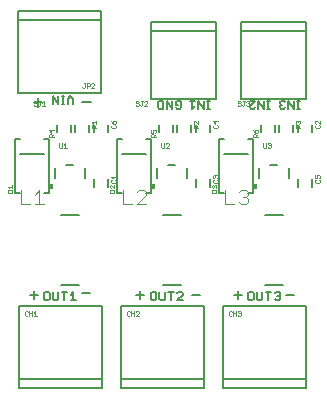
<source format=gbr>
G04 EAGLE Gerber RS-274X export*
G75*
%MOMM*%
%FSLAX34Y34*%
%LPD*%
%INSilkscreen Top*%
%IPPOS*%
%AMOC8*
5,1,8,0,0,1.08239X$1,22.5*%
G01*
%ADD10C,0.127000*%
%ADD11C,0.203200*%
%ADD12C,0.025400*%
%ADD13C,0.152400*%
%ADD14C,0.101600*%

G36*
X206869Y158175D02*
X206869Y158175D01*
X206911Y158189D01*
X207029Y158218D01*
X207411Y158377D01*
X207449Y158401D01*
X207555Y158460D01*
X207884Y158712D01*
X207914Y158745D01*
X208001Y158829D01*
X208253Y159158D01*
X208274Y159197D01*
X208336Y159301D01*
X208494Y159684D01*
X208504Y159728D01*
X208537Y159844D01*
X208591Y160255D01*
X208589Y160299D01*
X208591Y160420D01*
X208537Y160831D01*
X208524Y160874D01*
X208494Y160991D01*
X208336Y161374D01*
X208311Y161412D01*
X208253Y161517D01*
X208001Y161846D01*
X207967Y161876D01*
X207884Y161963D01*
X207555Y162216D01*
X207515Y162236D01*
X207411Y162298D01*
X207029Y162457D01*
X206985Y162466D01*
X206869Y162500D01*
X206458Y162554D01*
X206425Y162552D01*
X206403Y162556D01*
X206347Y162556D01*
X206333Y162553D01*
X206292Y162554D01*
X205881Y162500D01*
X205839Y162486D01*
X205721Y162457D01*
X205339Y162298D01*
X205301Y162274D01*
X205195Y162216D01*
X204866Y161963D01*
X204836Y161930D01*
X204749Y161846D01*
X204497Y161517D01*
X204477Y161478D01*
X204414Y161374D01*
X204256Y160991D01*
X204246Y160947D01*
X204213Y160831D01*
X204159Y160420D01*
X204161Y160376D01*
X204159Y160255D01*
X204213Y159844D01*
X204226Y159801D01*
X204256Y159684D01*
X204414Y159301D01*
X204439Y159263D01*
X204497Y159158D01*
X204749Y158829D01*
X204783Y158799D01*
X204866Y158712D01*
X205195Y158460D01*
X205235Y158439D01*
X205339Y158377D01*
X205721Y158218D01*
X205765Y158209D01*
X205881Y158175D01*
X206292Y158121D01*
X206337Y158123D01*
X206458Y158121D01*
X206869Y158175D01*
G37*
G36*
X34149Y158175D02*
X34149Y158175D01*
X34191Y158189D01*
X34309Y158218D01*
X34691Y158377D01*
X34729Y158401D01*
X34835Y158460D01*
X35164Y158712D01*
X35194Y158745D01*
X35281Y158829D01*
X35533Y159158D01*
X35554Y159197D01*
X35616Y159301D01*
X35774Y159684D01*
X35784Y159728D01*
X35817Y159844D01*
X35871Y160255D01*
X35869Y160299D01*
X35871Y160420D01*
X35817Y160831D01*
X35804Y160874D01*
X35774Y160991D01*
X35616Y161374D01*
X35591Y161412D01*
X35533Y161517D01*
X35281Y161846D01*
X35247Y161876D01*
X35164Y161963D01*
X34835Y162216D01*
X34795Y162236D01*
X34691Y162298D01*
X34309Y162457D01*
X34265Y162466D01*
X34149Y162500D01*
X33738Y162554D01*
X33705Y162552D01*
X33683Y162556D01*
X33627Y162556D01*
X33613Y162553D01*
X33572Y162554D01*
X33161Y162500D01*
X33119Y162486D01*
X33001Y162457D01*
X32619Y162298D01*
X32581Y162274D01*
X32475Y162216D01*
X32146Y161963D01*
X32116Y161930D01*
X32029Y161846D01*
X31777Y161517D01*
X31757Y161478D01*
X31694Y161374D01*
X31536Y160991D01*
X31526Y160947D01*
X31493Y160831D01*
X31439Y160420D01*
X31441Y160376D01*
X31439Y160255D01*
X31493Y159844D01*
X31506Y159801D01*
X31536Y159684D01*
X31694Y159301D01*
X31719Y159263D01*
X31777Y159158D01*
X32029Y158829D01*
X32063Y158799D01*
X32146Y158712D01*
X32475Y158460D01*
X32515Y158439D01*
X32619Y158377D01*
X33001Y158218D01*
X33045Y158209D01*
X33161Y158175D01*
X33572Y158121D01*
X33617Y158123D01*
X33738Y158121D01*
X34149Y158175D01*
G37*
G36*
X120509Y158175D02*
X120509Y158175D01*
X120551Y158189D01*
X120669Y158218D01*
X121051Y158377D01*
X121089Y158401D01*
X121195Y158460D01*
X121524Y158712D01*
X121554Y158745D01*
X121641Y158829D01*
X121893Y159158D01*
X121914Y159197D01*
X121976Y159301D01*
X122134Y159684D01*
X122144Y159728D01*
X122177Y159844D01*
X122231Y160255D01*
X122229Y160299D01*
X122231Y160420D01*
X122177Y160831D01*
X122164Y160874D01*
X122134Y160991D01*
X121976Y161374D01*
X121951Y161412D01*
X121893Y161517D01*
X121641Y161846D01*
X121607Y161876D01*
X121524Y161963D01*
X121195Y162216D01*
X121155Y162236D01*
X121051Y162298D01*
X120669Y162457D01*
X120625Y162466D01*
X120509Y162500D01*
X120098Y162554D01*
X120065Y162552D01*
X120043Y162556D01*
X119987Y162556D01*
X119973Y162553D01*
X119932Y162554D01*
X119521Y162500D01*
X119479Y162486D01*
X119361Y162457D01*
X118979Y162298D01*
X118941Y162274D01*
X118835Y162216D01*
X118506Y161963D01*
X118476Y161930D01*
X118389Y161846D01*
X118137Y161517D01*
X118117Y161478D01*
X118054Y161374D01*
X117896Y160991D01*
X117886Y160947D01*
X117853Y160831D01*
X117799Y160420D01*
X117801Y160376D01*
X117799Y160255D01*
X117853Y159844D01*
X117866Y159801D01*
X117896Y159684D01*
X118054Y159301D01*
X118079Y159263D01*
X118137Y159158D01*
X118389Y158829D01*
X118423Y158799D01*
X118506Y158712D01*
X118835Y158460D01*
X118875Y158439D01*
X118979Y158377D01*
X119361Y158218D01*
X119405Y158209D01*
X119521Y158175D01*
X119932Y158121D01*
X119977Y158123D01*
X120098Y158121D01*
X120509Y158175D01*
G37*
D10*
X31372Y70999D02*
X29084Y70999D01*
X27940Y69855D01*
X27940Y65279D01*
X29084Y64135D01*
X31372Y64135D01*
X32516Y65279D01*
X32516Y69855D01*
X31372Y70999D01*
X35424Y70999D02*
X35424Y65279D01*
X36568Y64135D01*
X38856Y64135D01*
X40000Y65279D01*
X40000Y70999D01*
X45196Y70999D02*
X45196Y64135D01*
X42908Y70999D02*
X47484Y70999D01*
X50392Y68711D02*
X52680Y70999D01*
X52680Y64135D01*
X50392Y64135D02*
X54968Y64135D01*
X119254Y70999D02*
X121542Y70999D01*
X119254Y70999D02*
X118110Y69855D01*
X118110Y65279D01*
X119254Y64135D01*
X121542Y64135D01*
X122686Y65279D01*
X122686Y69855D01*
X121542Y70999D01*
X125594Y70999D02*
X125594Y65279D01*
X126738Y64135D01*
X129026Y64135D01*
X130170Y65279D01*
X130170Y70999D01*
X135366Y70999D02*
X135366Y64135D01*
X133078Y70999D02*
X137654Y70999D01*
X140562Y64135D02*
X145138Y64135D01*
X140562Y64135D02*
X145138Y68711D01*
X145138Y69855D01*
X143994Y70999D01*
X141706Y70999D01*
X140562Y69855D01*
X201804Y70999D02*
X204092Y70999D01*
X201804Y70999D02*
X200660Y69855D01*
X200660Y65279D01*
X201804Y64135D01*
X204092Y64135D01*
X205236Y65279D01*
X205236Y69855D01*
X204092Y70999D01*
X208144Y70999D02*
X208144Y65279D01*
X209288Y64135D01*
X211576Y64135D01*
X212720Y65279D01*
X212720Y70999D01*
X217916Y70999D02*
X217916Y64135D01*
X215628Y70999D02*
X220204Y70999D01*
X223112Y69855D02*
X224256Y70999D01*
X226544Y70999D01*
X227688Y69855D01*
X227688Y68711D01*
X226544Y67567D01*
X225400Y67567D01*
X226544Y67567D02*
X227688Y66423D01*
X227688Y65279D01*
X226544Y64135D01*
X224256Y64135D01*
X223112Y65279D01*
D11*
X22739Y68267D02*
X15621Y68267D01*
X19180Y71826D02*
X19180Y64708D01*
X60071Y69855D02*
X67189Y69855D01*
X105791Y68267D02*
X112909Y68267D01*
X109350Y71826D02*
X109350Y64708D01*
X188341Y68267D02*
X195459Y68267D01*
X191900Y71826D02*
X191900Y64708D01*
X159899Y68267D02*
X152781Y68267D01*
X232791Y68267D02*
X239909Y68267D01*
D10*
X52524Y229991D02*
X52524Y234567D01*
X50236Y236855D01*
X47948Y234567D01*
X47948Y229991D01*
X45040Y236855D02*
X42752Y236855D01*
X43896Y236855D02*
X43896Y229991D01*
X45040Y229991D02*
X42752Y229991D01*
X40050Y229991D02*
X40050Y236855D01*
X35474Y236855D02*
X40050Y229991D01*
X35474Y229991D02*
X35474Y236855D01*
D11*
X26103Y231453D02*
X18985Y231453D01*
X22544Y227894D02*
X22544Y235012D01*
X60260Y231453D02*
X67378Y231453D01*
D10*
X165806Y233045D02*
X168094Y233045D01*
X166950Y233045D02*
X166950Y226181D01*
X168094Y226181D02*
X165806Y226181D01*
X163104Y226181D02*
X163104Y233045D01*
X158529Y233045D02*
X163104Y226181D01*
X158529Y226181D02*
X158529Y233045D01*
X155620Y228469D02*
X153332Y226181D01*
X153332Y233045D01*
X155620Y233045D02*
X151044Y233045D01*
X216606Y233045D02*
X218894Y233045D01*
X217750Y233045D02*
X217750Y226181D01*
X218894Y226181D02*
X216606Y226181D01*
X213904Y226181D02*
X213904Y233045D01*
X209329Y233045D02*
X213904Y226181D01*
X209329Y226181D02*
X209329Y233045D01*
X206420Y233045D02*
X201844Y233045D01*
X206420Y233045D02*
X201844Y228469D01*
X201844Y227325D01*
X202988Y226181D01*
X205276Y226181D01*
X206420Y227325D01*
X242006Y233045D02*
X244294Y233045D01*
X243150Y233045D02*
X243150Y226181D01*
X244294Y226181D02*
X242006Y226181D01*
X239304Y226181D02*
X239304Y233045D01*
X234729Y233045D02*
X239304Y226181D01*
X234729Y226181D02*
X234729Y233045D01*
X231820Y227325D02*
X230676Y226181D01*
X228388Y226181D01*
X227244Y227325D01*
X227244Y228469D01*
X228388Y229613D01*
X229532Y229613D01*
X228388Y229613D02*
X227244Y230757D01*
X227244Y231901D01*
X228388Y233045D01*
X230676Y233045D01*
X231820Y231901D01*
X140509Y226181D02*
X139365Y227325D01*
X140509Y226181D02*
X142797Y226181D01*
X143941Y227325D01*
X143941Y231901D01*
X142797Y233045D01*
X140509Y233045D01*
X139365Y231901D01*
X139365Y229613D01*
X141653Y229613D01*
X136457Y233045D02*
X136457Y226181D01*
X131881Y233045D01*
X131881Y226181D01*
X128973Y226181D02*
X128973Y233045D01*
X125541Y233045D01*
X124397Y231901D01*
X124397Y227325D01*
X125541Y226181D01*
X128973Y226181D01*
D11*
X148590Y175744D02*
X148590Y167156D01*
X123190Y167156D02*
X123190Y175744D01*
X133206Y178538D02*
X138574Y178538D01*
D12*
X127127Y193803D02*
X127127Y196980D01*
X127127Y193803D02*
X127763Y193167D01*
X129034Y193167D01*
X129669Y193803D01*
X129669Y196980D01*
X130869Y193167D02*
X133411Y193167D01*
X130869Y193167D02*
X133411Y195709D01*
X133411Y196345D01*
X132776Y196980D01*
X131505Y196980D01*
X130869Y196345D01*
D13*
X152050Y206550D02*
X152050Y212550D01*
X140050Y212550D02*
X140050Y206550D01*
D12*
X154429Y209813D02*
X158242Y209813D01*
X154429Y209813D02*
X154429Y211719D01*
X155064Y212355D01*
X156335Y212355D01*
X156971Y211719D01*
X156971Y209813D01*
X156971Y211084D02*
X158242Y212355D01*
X158242Y213555D02*
X158242Y216097D01*
X158242Y213555D02*
X155700Y216097D01*
X155064Y216097D01*
X154429Y215462D01*
X154429Y214190D01*
X155064Y213555D01*
D13*
X168560Y166195D02*
X168560Y160195D01*
X156560Y160195D02*
X156560Y166195D01*
D12*
X170939Y165364D02*
X171574Y166000D01*
X170939Y165364D02*
X170939Y164093D01*
X171574Y163458D01*
X174116Y163458D01*
X174752Y164093D01*
X174752Y165364D01*
X174116Y166000D01*
X171574Y167200D02*
X170939Y167835D01*
X170939Y169107D01*
X171574Y169742D01*
X172210Y169742D01*
X172845Y169107D01*
X172845Y168471D01*
X172845Y169107D02*
X173481Y169742D01*
X174116Y169742D01*
X174752Y169107D01*
X174752Y167835D01*
X174116Y167200D01*
D13*
X168560Y206550D02*
X168560Y212550D01*
X156560Y212550D02*
X156560Y206550D01*
D12*
X170939Y211719D02*
X171574Y212355D01*
X170939Y211719D02*
X170939Y210448D01*
X171574Y209813D01*
X174116Y209813D01*
X174752Y210448D01*
X174752Y211719D01*
X174116Y212355D01*
X174752Y215462D02*
X170939Y215462D01*
X172845Y213555D01*
X172845Y216097D01*
D11*
X62230Y175744D02*
X62230Y167156D01*
X36830Y167156D02*
X36830Y175744D01*
X46846Y178538D02*
X52214Y178538D01*
D12*
X40767Y193803D02*
X40767Y196980D01*
X40767Y193803D02*
X41403Y193167D01*
X42674Y193167D01*
X43309Y193803D01*
X43309Y196980D01*
X44509Y195709D02*
X45780Y196980D01*
X45780Y193167D01*
X44509Y193167D02*
X47051Y193167D01*
D13*
X65690Y206550D02*
X65690Y212550D01*
X53690Y212550D02*
X53690Y206550D01*
D12*
X68069Y209813D02*
X71882Y209813D01*
X68069Y209813D02*
X68069Y211719D01*
X68704Y212355D01*
X69975Y212355D01*
X70611Y211719D01*
X70611Y209813D01*
X70611Y211084D02*
X71882Y212355D01*
X69340Y213555D02*
X68069Y214826D01*
X71882Y214826D01*
X71882Y213555D02*
X71882Y216097D01*
D13*
X82200Y166195D02*
X82200Y160195D01*
X70200Y160195D02*
X70200Y166195D01*
D12*
X84579Y165364D02*
X85214Y166000D01*
X84579Y165364D02*
X84579Y164093D01*
X85214Y163458D01*
X87756Y163458D01*
X88392Y164093D01*
X88392Y165364D01*
X87756Y166000D01*
X85850Y167200D02*
X84579Y168471D01*
X88392Y168471D01*
X88392Y167200D02*
X88392Y169742D01*
D13*
X254920Y206550D02*
X254920Y212550D01*
X242920Y212550D02*
X242920Y206550D01*
D12*
X257299Y211719D02*
X257934Y212355D01*
X257299Y211719D02*
X257299Y210448D01*
X257934Y209813D01*
X260476Y209813D01*
X261112Y210448D01*
X261112Y211719D01*
X260476Y212355D01*
X261112Y213555D02*
X261112Y216097D01*
X261112Y213555D02*
X258570Y216097D01*
X257934Y216097D01*
X257299Y215462D01*
X257299Y214190D01*
X257934Y213555D01*
D11*
X234950Y175744D02*
X234950Y167156D01*
X209550Y167156D02*
X209550Y175744D01*
X219566Y178538D02*
X224934Y178538D01*
D12*
X213487Y193803D02*
X213487Y196980D01*
X213487Y193803D02*
X214123Y193167D01*
X215394Y193167D01*
X216029Y193803D01*
X216029Y196980D01*
X217229Y196345D02*
X217865Y196980D01*
X219136Y196980D01*
X219771Y196345D01*
X219771Y195709D01*
X219136Y195074D01*
X218500Y195074D01*
X219136Y195074D02*
X219771Y194438D01*
X219771Y193803D01*
X219136Y193167D01*
X217865Y193167D01*
X217229Y193803D01*
D13*
X238410Y206550D02*
X238410Y212550D01*
X226410Y212550D02*
X226410Y206550D01*
D12*
X240789Y209813D02*
X244602Y209813D01*
X240789Y209813D02*
X240789Y211719D01*
X241424Y212355D01*
X242695Y212355D01*
X243331Y211719D01*
X243331Y209813D01*
X243331Y211084D02*
X244602Y212355D01*
X241424Y213555D02*
X240789Y214190D01*
X240789Y215462D01*
X241424Y216097D01*
X242060Y216097D01*
X242695Y215462D01*
X242695Y214826D01*
X242695Y215462D02*
X243331Y216097D01*
X243966Y216097D01*
X244602Y215462D01*
X244602Y214190D01*
X243966Y213555D01*
D13*
X82200Y212550D02*
X82200Y206550D01*
X70200Y206550D02*
X70200Y212550D01*
D12*
X84579Y211719D02*
X85214Y212355D01*
X84579Y211719D02*
X84579Y210448D01*
X85214Y209813D01*
X87756Y209813D01*
X88392Y210448D01*
X88392Y211719D01*
X87756Y212355D01*
X85214Y214826D02*
X84579Y216097D01*
X85214Y214826D02*
X86485Y213555D01*
X87756Y213555D01*
X88392Y214190D01*
X88392Y215462D01*
X87756Y216097D01*
X87121Y216097D01*
X86485Y215462D01*
X86485Y213555D01*
D13*
X57150Y136370D02*
X41910Y136370D01*
X41910Y76680D02*
X57150Y76680D01*
D14*
X8288Y145438D02*
X8288Y157132D01*
X8288Y145438D02*
X16084Y145438D01*
X19982Y153234D02*
X23880Y157132D01*
X23880Y145438D01*
X19982Y145438D02*
X27778Y145438D01*
D13*
X128270Y136370D02*
X143510Y136370D01*
X143510Y76680D02*
X128270Y76680D01*
D14*
X94648Y145438D02*
X94648Y157132D01*
X94648Y145438D02*
X102444Y145438D01*
X106342Y145438D02*
X114138Y145438D01*
X106342Y145438D02*
X114138Y153234D01*
X114138Y155183D01*
X112189Y157132D01*
X108291Y157132D01*
X106342Y155183D01*
D13*
X214630Y136370D02*
X229870Y136370D01*
X229870Y76680D02*
X214630Y76680D01*
D14*
X181008Y145438D02*
X181008Y157132D01*
X181008Y145438D02*
X188804Y145438D01*
X192702Y155183D02*
X194651Y157132D01*
X198549Y157132D01*
X200498Y155183D01*
X200498Y153234D01*
X198549Y151285D01*
X196600Y151285D01*
X198549Y151285D02*
X200498Y149336D01*
X200498Y147387D01*
X198549Y145438D01*
X194651Y145438D01*
X192702Y147387D01*
D11*
X76238Y239050D02*
X6238Y239050D01*
X6238Y301050D01*
X6238Y309050D01*
X76238Y309050D01*
X76238Y301050D01*
X76238Y239050D01*
X76238Y301050D02*
X6238Y301050D01*
D12*
X60338Y244349D02*
X60974Y243713D01*
X61609Y243713D01*
X62245Y244349D01*
X62245Y247526D01*
X62880Y247526D02*
X61609Y247526D01*
X64080Y247526D02*
X64080Y243713D01*
X64080Y247526D02*
X65987Y247526D01*
X66623Y246891D01*
X66623Y245620D01*
X65987Y244984D01*
X64080Y244984D01*
X67822Y243713D02*
X70365Y243713D01*
X70365Y246255D02*
X67822Y243713D01*
X70365Y246255D02*
X70365Y246891D01*
X69729Y247526D01*
X68458Y247526D01*
X67822Y246891D01*
D11*
X92990Y59400D02*
X162990Y59400D01*
X162990Y-2600D01*
X162990Y-10600D01*
X92990Y-10600D01*
X92990Y-2600D01*
X92990Y59400D01*
X92990Y-2600D02*
X162990Y-2600D01*
D12*
X100459Y54105D02*
X99824Y54740D01*
X98553Y54740D01*
X97917Y54105D01*
X97917Y51563D01*
X98553Y50927D01*
X99824Y50927D01*
X100459Y51563D01*
X101659Y50927D02*
X101659Y54740D01*
X101659Y52834D02*
X104201Y52834D01*
X104201Y54740D02*
X104201Y50927D01*
X105401Y50927D02*
X107943Y50927D01*
X105401Y50927D02*
X107943Y53469D01*
X107943Y54105D01*
X107308Y54740D01*
X106037Y54740D01*
X105401Y54105D01*
D11*
X76630Y59400D02*
X6630Y59400D01*
X76630Y59400D02*
X76630Y-2600D01*
X76630Y-10600D01*
X6630Y-10600D01*
X6630Y-2600D01*
X6630Y59400D01*
X6630Y-2600D02*
X76630Y-2600D01*
D12*
X14099Y54105D02*
X13464Y54740D01*
X12193Y54740D01*
X11557Y54105D01*
X11557Y51563D01*
X12193Y50927D01*
X13464Y50927D01*
X14099Y51563D01*
X15299Y50927D02*
X15299Y54740D01*
X15299Y52834D02*
X17841Y52834D01*
X17841Y54740D02*
X17841Y50927D01*
X19041Y53469D02*
X20312Y54740D01*
X20312Y50927D01*
X19041Y50927D02*
X21583Y50927D01*
D11*
X179350Y59400D02*
X249350Y59400D01*
X249350Y-2600D01*
X249350Y-10600D01*
X179350Y-10600D01*
X179350Y-2600D01*
X179350Y59400D01*
X179350Y-2600D02*
X249350Y-2600D01*
D12*
X186819Y54105D02*
X186184Y54740D01*
X184913Y54740D01*
X184277Y54105D01*
X184277Y51563D01*
X184913Y50927D01*
X186184Y50927D01*
X186819Y51563D01*
X188019Y50927D02*
X188019Y54740D01*
X188019Y52834D02*
X190561Y52834D01*
X190561Y54740D02*
X190561Y50927D01*
X191761Y54105D02*
X192397Y54740D01*
X193668Y54740D01*
X194303Y54105D01*
X194303Y53469D01*
X193668Y52834D01*
X193032Y52834D01*
X193668Y52834D02*
X194303Y52198D01*
X194303Y51563D01*
X193668Y50927D01*
X192397Y50927D01*
X191761Y51563D01*
D13*
X254920Y160195D02*
X254920Y166195D01*
X242920Y166195D02*
X242920Y160195D01*
D12*
X257299Y165364D02*
X257934Y166000D01*
X257299Y165364D02*
X257299Y164093D01*
X257934Y163458D01*
X260476Y163458D01*
X261112Y164093D01*
X261112Y165364D01*
X260476Y166000D01*
X257299Y167200D02*
X257299Y169742D01*
X257299Y167200D02*
X259205Y167200D01*
X258570Y168471D01*
X258570Y169107D01*
X259205Y169742D01*
X260476Y169742D01*
X261112Y169107D01*
X261112Y167835D01*
X260476Y167200D01*
D11*
X7780Y154800D02*
X3280Y154800D01*
X3280Y200800D01*
X7780Y200800D01*
X27780Y200800D02*
X32280Y200800D01*
X32280Y154800D01*
X27780Y154800D01*
X27780Y187800D02*
X7780Y187800D01*
D12*
X1143Y155067D02*
X-2670Y155067D01*
X1143Y155067D02*
X1143Y156974D01*
X507Y157609D01*
X-2035Y157609D01*
X-2670Y156974D01*
X-2670Y155067D01*
X-1399Y158809D02*
X-2670Y160080D01*
X1143Y160080D01*
X1143Y158809D02*
X1143Y161351D01*
D11*
X89640Y154800D02*
X94140Y154800D01*
X89640Y154800D02*
X89640Y200800D01*
X94140Y200800D01*
X114140Y200800D02*
X118640Y200800D01*
X118640Y154800D01*
X114140Y154800D01*
X114140Y187800D02*
X94140Y187800D01*
D12*
X87503Y155067D02*
X83690Y155067D01*
X87503Y155067D02*
X87503Y156974D01*
X86867Y157609D01*
X84325Y157609D01*
X83690Y156974D01*
X83690Y155067D01*
X87503Y158809D02*
X87503Y161351D01*
X87503Y158809D02*
X84961Y161351D01*
X84325Y161351D01*
X83690Y160716D01*
X83690Y159445D01*
X84325Y158809D01*
D11*
X176000Y154800D02*
X180500Y154800D01*
X176000Y154800D02*
X176000Y200800D01*
X180500Y200800D01*
X200500Y200800D02*
X205000Y200800D01*
X205000Y154800D01*
X200500Y154800D01*
X200500Y187800D02*
X180500Y187800D01*
D12*
X173863Y155067D02*
X170050Y155067D01*
X173863Y155067D02*
X173863Y156974D01*
X173227Y157609D01*
X170685Y157609D01*
X170050Y156974D01*
X170050Y155067D01*
X170685Y158809D02*
X170050Y159445D01*
X170050Y160716D01*
X170685Y161351D01*
X171321Y161351D01*
X171956Y160716D01*
X171956Y160080D01*
X171956Y160716D02*
X172592Y161351D01*
X173227Y161351D01*
X173863Y160716D01*
X173863Y159445D01*
X173227Y158809D01*
D10*
X194550Y299200D02*
X249550Y299200D01*
X249550Y291700D01*
X249550Y234200D01*
X194550Y234200D01*
X194550Y291700D01*
X194550Y299200D01*
X194550Y291700D02*
X249550Y291700D01*
X173350Y299200D02*
X118350Y299200D01*
X173350Y299200D02*
X173350Y291700D01*
X173350Y234200D01*
X118350Y234200D01*
X118350Y291700D01*
X118350Y299200D01*
X118350Y291700D02*
X173350Y291700D01*
D12*
X21529Y231905D02*
X20894Y232540D01*
X19623Y232540D01*
X18987Y231905D01*
X18987Y231269D01*
X19623Y230634D01*
X20894Y230634D01*
X21529Y229998D01*
X21529Y229363D01*
X20894Y228727D01*
X19623Y228727D01*
X18987Y229363D01*
X22729Y229363D02*
X23365Y228727D01*
X24000Y228727D01*
X24636Y229363D01*
X24636Y232540D01*
X25271Y232540D02*
X24000Y232540D01*
X26471Y231269D02*
X27742Y232540D01*
X27742Y228727D01*
X26471Y228727D02*
X29013Y228727D01*
X107254Y232540D02*
X107889Y231905D01*
X107254Y232540D02*
X105983Y232540D01*
X105347Y231905D01*
X105347Y231269D01*
X105983Y230634D01*
X107254Y230634D01*
X107889Y229998D01*
X107889Y229363D01*
X107254Y228727D01*
X105983Y228727D01*
X105347Y229363D01*
X109089Y229363D02*
X109725Y228727D01*
X110360Y228727D01*
X110996Y229363D01*
X110996Y232540D01*
X111631Y232540D02*
X110360Y232540D01*
X112831Y228727D02*
X115373Y228727D01*
X112831Y228727D02*
X115373Y231269D01*
X115373Y231905D01*
X114738Y232540D01*
X113467Y232540D01*
X112831Y231905D01*
X193614Y232540D02*
X194249Y231905D01*
X193614Y232540D02*
X192343Y232540D01*
X191707Y231905D01*
X191707Y231269D01*
X192343Y230634D01*
X193614Y230634D01*
X194249Y229998D01*
X194249Y229363D01*
X193614Y228727D01*
X192343Y228727D01*
X191707Y229363D01*
X195449Y229363D02*
X196085Y228727D01*
X196720Y228727D01*
X197356Y229363D01*
X197356Y232540D01*
X197991Y232540D02*
X196720Y232540D01*
X199191Y231905D02*
X199827Y232540D01*
X201098Y232540D01*
X201733Y231905D01*
X201733Y231269D01*
X201098Y230634D01*
X200462Y230634D01*
X201098Y230634D02*
X201733Y229998D01*
X201733Y229363D01*
X201098Y228727D01*
X199827Y228727D01*
X199191Y229363D01*
D13*
X38450Y212550D02*
X38450Y206550D01*
X50450Y206550D02*
X50450Y212550D01*
D12*
X36068Y202057D02*
X32255Y202057D01*
X32255Y203964D01*
X32890Y204599D01*
X34161Y204599D01*
X34797Y203964D01*
X34797Y202057D01*
X34797Y203328D02*
X36068Y204599D01*
X36068Y207706D02*
X32255Y207706D01*
X34161Y205799D01*
X34161Y208341D01*
D13*
X124810Y206550D02*
X124810Y212550D01*
X136810Y212550D02*
X136810Y206550D01*
D12*
X122428Y202057D02*
X118615Y202057D01*
X118615Y203964D01*
X119250Y204599D01*
X120521Y204599D01*
X121157Y203964D01*
X121157Y202057D01*
X121157Y203328D02*
X122428Y204599D01*
X118615Y205799D02*
X118615Y208341D01*
X118615Y205799D02*
X120521Y205799D01*
X119886Y207070D01*
X119886Y207706D01*
X120521Y208341D01*
X121792Y208341D01*
X122428Y207706D01*
X122428Y206435D01*
X121792Y205799D01*
D13*
X211170Y206550D02*
X211170Y212550D01*
X223170Y212550D02*
X223170Y206550D01*
D12*
X208788Y202057D02*
X204975Y202057D01*
X204975Y203964D01*
X205610Y204599D01*
X206881Y204599D01*
X207517Y203964D01*
X207517Y202057D01*
X207517Y203328D02*
X208788Y204599D01*
X205610Y207070D02*
X204975Y208341D01*
X205610Y207070D02*
X206881Y205799D01*
X208152Y205799D01*
X208788Y206435D01*
X208788Y207706D01*
X208152Y208341D01*
X207517Y208341D01*
X206881Y207706D01*
X206881Y205799D01*
M02*

</source>
